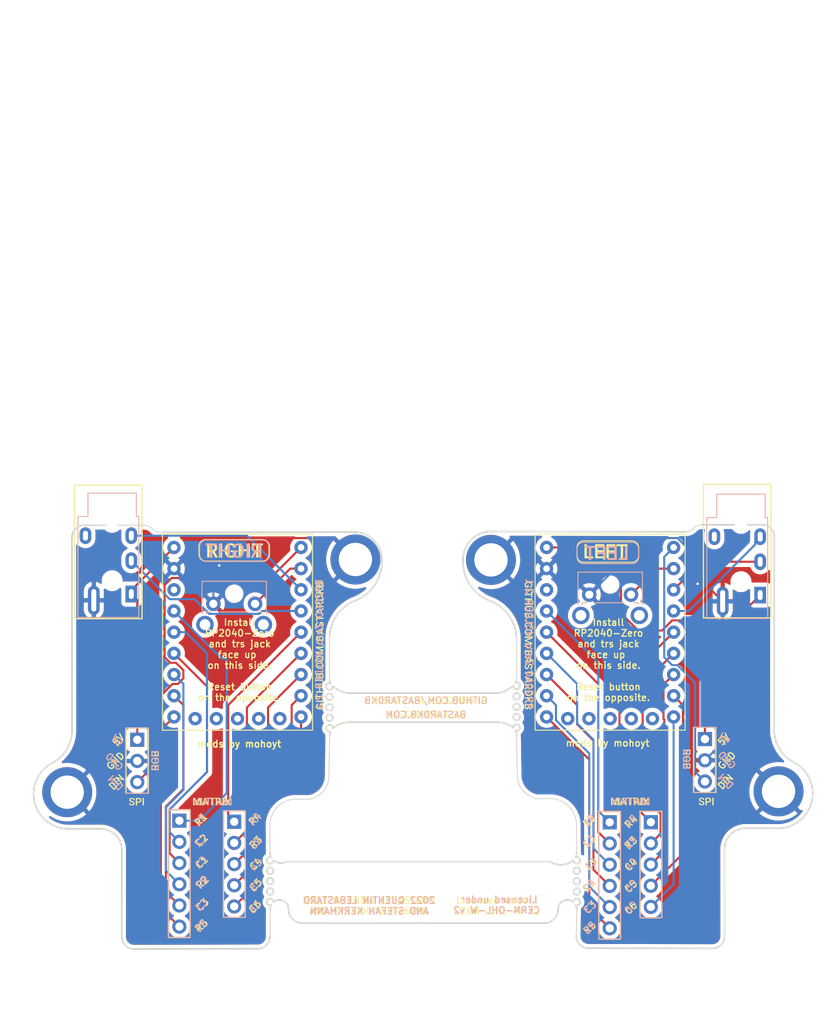
<source format=kicad_pcb>
(kicad_pcb (version 20211014) (generator pcbnew)
  (layers (0 "F.Cu" signal) (31 "B.Cu" signal) (34 "B.Paste" user) (35 "F.Paste" user) (36 "B.SilkS" user "B.Silkscreen") (37 "F.SilkS" user "F.Silkscreen") (38 "B.Mask" user) (39 "F.Mask" user) (44 "Edge.Cuts" user))
  (net 0 "")
  (net 2 "rgb_r")
  (net 3 "rgb_l")
  (net 4 "col3_l")
  (net 5 "row1_l")
  (net 6 "col2_l")
  (net 7 "col1_l")
  (net 8 "row2_l")
  (net 9 "row4_l")
  (net 10 "row3_l")
  (net 11 "col4_l")
  (net 12 "col5_l")
  (net 13 "col6_l")
  (net 14 "row5_l")
  (net 15 "col3_r")
  (net 16 "row1_r")
  (net 17 "col2_r")
  (net 18 "col1_r")
  (net 19 "row2_r")
  (net 20 "row4_r")
  (net 21 "row3_r")
  (net 22 "col4_r")
  (net 23 "col5_r")
  (net 24 "col6_r")
  (net 25 "row5_r")
  (net 26 "GND")
  (net 27 "scl_l")
  (net 28 "sda_l")
  (net 29 "scl_r")
  (net 30 "sda_r")
  (net 31 "+5V")
  (net 43 "rst_l")
  (net 44 "rst_r")
  (footprint "Library:5_PinHeader" (layer "F.Cu") (at 132.8 102.725)
    (fp_text reference "J9" hide)
    (fp_text value "Ribbon")
    (pad "1" thru_hole rect (at 0 0) (size 1.7 1.7) (drill 1) (layers *.Cu *.Mask) (net 9 "row4_l"))
    (pad "2" thru_hole oval (at 0 2.54) (size 1.7 1.7) (drill 1) (layers *.Cu *.Mask) (net 10 "row3_l"))
    (pad "3" thru_hole oval (at 0 5.08) (size 1.7 1.7) (drill 1) (layers *.Cu *.Mask) (net 11 "col4_l"))
    (pad "4" thru_hole oval (at 0 7.62) (size 1.7 1.7) (drill 1) (layers *.Cu *.Mask) (net 12 "col5_l"))
    (pad "5" thru_hole oval (at 0 10.16) (size 1.7 1.7) (drill 1) (layers *.Cu *.Mask) (net 13 "col6_l"))
  )
  (footprint "KB Parts:RP2040-Zero" (layer "F.Cu") (at 168.895 91.75)
    (fp_text reference "RZ2" hide)
    (fp_text value "RP2040-Zero")
    (pad "1" thru_hole circle (at 16.62 -21.91) (size 1.6 1.6) (drill 0.8) (layers *.Cu *.Mask) (net 3 "rgb_l"))
    (pad "2" thru_hole circle (at 16.62 -19.37) (size 1.6 1.6) (drill 0.8) (layers *.Cu *.Mask) (net 44 "rst_r"))
    (pad "3" thru_hole circle (at 16.62 -16.83) (size 1.6 1.6) (drill 0.8) (layers *.Cu *.Mask) (net 29 "scl_r"))
    (pad "4" thru_hole circle (at 16.62 -14.29) (size 1.6 1.6) (drill 0.8) (layers *.Cu *.Mask) (net 30 "sda_r"))
    (pad "5" thru_hole circle (at 16.62 -11.75) (size 1.6 1.6) (drill 0.8) (layers *.Cu *.Mask) (net 20 "row4_r"))
    (pad "6" thru_hole circle (at 16.62 -9.21) (size 1.6 1.6) (drill 0.8) (layers *.Cu *.Mask) (net 21 "row3_r"))
    (pad "7" thru_hole circle (at 16.62 -6.67) (size 1.6 1.6) (drill 0.8) (layers *.Cu *.Mask) (net 22 "col4_r"))
    (pad "8" thru_hole circle (at 16.62 -4.13) (size 1.6 1.6) (drill 0.8) (layers *.Cu *.Mask) (net 23 "col5_r"))
    (pad "9" thru_hole circle (at 16.62 -1.59) (size 1.6 1.6) (drill 0.8) (layers *.Cu *.Mask) (net 24 "col6_r"))
    (pad "10" thru_hole circle (at 14.08 -1.38) (size 1.6 1.6) (drill 0.8) (layers *.Cu *.Mask))
    (pad "11" thru_hole circle (at 11.54 -1.38) (size 1.6 1.6) (drill 0.8) (layers *.Cu *.Mask))
    (pad "12" thru_hole circle (at 9 -1.38) (size 1.6 1.6) (drill 0.8) (layers *.Cu *.Mask))
    (pad "13" thru_hole circle (at 6.46 -1.38) (size 1.6 1.6) (drill 0.8) (layers *.Cu *.Mask))
    (pad "14" thru_hole circle (at 3.92 -1.38) (size 1.6 1.6) (drill 0.8) (layers *.Cu *.Mask))
    (pad "15" thru_hole circle (at 1.38 -1.59) (size 1.6 1.6) (drill 0.8) (layers *.Cu *.Mask) (net 25 "row5_r"))
    (pad "16" thru_hole circle (at 1.38 -4.13) (size 1.6 1.6) (drill 0.8) (layers *.Cu *.Mask) (net 15 "col3_r"))
    (pad "17" thru_hole circle (at 1.38 -6.67) (size 1.6 1.6) (drill 0.8) (layers *.Cu *.Mask) (net 19 "row2_r"))
    (pad "18" thru_hole circle (at 1.38 -9.21) (size 1.6 1.6) (drill 0.8) (layers *.Cu *.Mask) (net 18 "col1_r"))
    (pad "19" thru_hole circle (at 1.38 -11.75) (size 1.6 1.6) (drill 0.8) (layers *.Cu *.Mask) (net 17 "col2_r"))
    (pad "20" thru_hole circle (at 1.38 -14.29) (size 1.6 1.6) (drill 0.8) (layers *.Cu *.Mask) (net 16 "row1_r"))
    (pad "21" thru_hole circle (at 1.38 -16.83) (size 1.6 1.6) (drill 0.8) (layers *.Cu *.Mask))
    (pad "22" thru_hole circle (at 1.38 -21.91) (size 1.6 1.6) (drill 0.8) (layers *.Cu *.Mask) (net 31 "+5V"))
    (pad "23" thru_hole circle (at 1.38 -19.37) (size 1.6 1.6) (drill 0.8) (layers *.Cu *.Mask) (net 26 "GND"))
  )
  (footprint "Library:6_PinHeader" (layer "F.Cu") (at 177.847199 102.799999)
    (fp_text reference "J12" hide)
    (fp_text value "Ribbon")
    (pad "1" thru_hole rect (at 0 0) (size 1.7 1.7) (drill 1) (layers *.Cu *.Mask) (net 16 "row1_r"))
    (pad "2" thru_hole oval (at 0 2.54) (size 1.7 1.7) (drill 1) (layers *.Cu *.Mask) (net 17 "col2_r"))
    (pad "3" thru_hole oval (at 0 5.08) (size 1.7 1.7) (drill 1) (layers *.Cu *.Mask) (net 18 "col1_r"))
    (pad "4" thru_hole oval (at 0 7.62) (size 1.7 1.7) (drill 1) (layers *.Cu *.Mask) (net 19 "row2_r"))
    (pad "5" thru_hole oval (at 0 10.16) (size 1.7 1.7) (drill 1) (layers *.Cu *.Mask) (net 15 "col3_r"))
    (pad "6" thru_hole oval (at 0 12.7) (size 1.7 1.7) (drill 1) (layers *.Cu *.Mask) (net 25 "row5_r"))
  )
  (footprint "Library:header1x03" (layer "F.Cu") (at 121.17 92.895)
    (fp_text reference "J4" hide)
    (fp_text value "RGB")
    (pad "1" thru_hole rect (at 0 0) (size 1.7 1.7) (drill 1) (layers *.Cu *.Mask) (net 31 "+5V"))
    (pad "2" thru_hole oval (at 0 2.54) (size 1.7 1.7) (drill 1) (layers *.Cu *.Mask) (net 26 "GND"))
    (pad "3" thru_hole oval (at 0 5.08) (size 1.7 1.7) (drill 1) (layers *.Cu *.Mask) (net 2 "rgb_r"))
  )
  (footprint "Library:header1x03" (layer "F.Cu") (at 189.27 92.82)
    (fp_text reference "J5" hide)
    (fp_text value "RGB")
    (pad "1" thru_hole rect (at 0 0) (size 1.7 1.7) (drill 1) (layers *.Cu *.Mask) (net 31 "+5V"))
    (pad "2" thru_hole oval (at 0 2.54) (size 1.7 1.7) (drill 1) (layers *.Cu *.Mask) (net 26 "GND"))
    (pad "3" thru_hole oval (at 0 5.08) (size 1.7 1.7) (drill 1) (layers *.Cu *.Mask) (net 3 "rgb_l"))
  )
  (footprint "kibuzzard-61F01940" (layer "F.Cu") (at 130.15 100.307596)
    (fp_text reference "kibuzzard-61F01940" hide)
    (fp_text value "G***" hide)
  )
  (footprint "Library:MountingHole_4mm_Pad_thin" (layer "F.Cu") (at 198.103921 99.08266)
    (fp_text reference "H3" hide)
    (fp_text value "M4")
    (pad "1" thru_hole circle (at 0 0) (size 6 6) (drill 4) (layers *.Cu *.Mask) (net 26 "GND"))
  )
  (footprint "KB Parts:RP2040-Zero" (layer "F.Cu") (at 124.195 91.75)
    (fp_text reference "RZ1" hide)
    (fp_text value "RP2040-Zero")
    (pad "1" thru_hole circle (at 16.62 -21.91) (size 1.6 1.6) (drill 0.8) (layers *.Cu *.Mask) (net 2 "rgb_r"))
    (pad "2" thru_hole circle (at 16.62 -19.37) (size 1.6 1.6) (drill 0.8) (layers *.Cu *.Mask) (net 43 "rst_l"))
    (pad "3" thru_hole circle (at 16.62 -16.83) (size 1.6 1.6) (drill 0.8) (layers *.Cu *.Mask) (net 27 "scl_l"))
    (pad "4" thru_hole circle (at 16.62 -14.29) (size 1.6 1.6) (drill 0.8) (layers *.Cu *.Mask) (net 28 "sda_l"))
    (pad "5" thru_hole circle (at 16.62 -11.75) (size 1.6 1.6) (drill 0.8) (layers *.Cu *.Mask) (net 9 "row4_l"))
    (pad "6" thru_hole circle (at 16.62 -9.21) (size 1.6 1.6) (drill 0.8) (layers *.Cu *.Mask) (net 10 "row3_l"))
    (pad "7" thru_hole circle (at 16.62 -6.67) (size 1.6 1.6) (drill 0.8) (layers *.Cu *.Mask) (net 11 "col4_l"))
    (pad "8" thru_hole circle (at 16.62 -4.13) (size 1.6 1.6) (drill 0.8) (layers *.Cu *.Mask) (net 12 "col5_l"))
    (pad "9" thru_hole circle (at 16.62 -1.59) (size 1.6 1.6) (drill 0.8) (layers *.Cu *.Mask) (net 13 "col6_l"))
    (pad "10" thru_hole circle (at 14.08 -1.38) (size 1.6 1.6) (drill 0.8) (layers *.Cu *.Mask))
    (pad "11" thru_hole circle (at 11.54 -1.38) (size 1.6 1.6) (drill 0.8) (layers *.Cu *.Mask))
    (pad "12" thru_hole circle (at 9 -1.38) (size 1.6 1.6) (drill 0.8) (layers *.Cu *.Mask))
    (pad "13" thru_hole circle (at 6.46 -1.38) (size 1.6 1.6) (drill 0.8) (layers *.Cu *.Mask))
    (pad "14" thru_hole circle (at 3.92 -1.38) (size 1.6 1.6) (drill 0.8) (layers *.Cu *.Mask))
    (pad "15" thru_hole circle (at 1.38 -1.59) (size 1.6 1.6) (drill 0.8) (layers *.Cu *.Mask) (net 14 "row5_l"))
    (pad "16" thru_hole circle (at 1.38 -4.13) (size 1.6 1.6) (drill 0.8) (layers *.Cu *.Mask) (net 4 "col3_l"))
    (pad "17" thru_hole circle (at 1.38 -6.67) (size 1.6 1.6) (drill 0.8) (layers *.Cu *.Mask) (net 8 "row2_l"))
    (pad "18" thru_hole circle (at 1.38 -9.21) (size 1.6 1.6) (drill 0.8) (layers *.Cu *.Mask) (net 7 "col1_l"))
    (pad "19" thru_hole circle (at 1.38 -11.75) (size 1.6 1.6) (drill 0.8) (layers *.Cu *.Mask) (net 6 "col2_l"))
    (pad "20" thru_hole circle (at 1.38 -14.29) (size 1.6 1.6) (drill 0.8) (layers *.Cu *.Mask) (net 5 "row1_l"))
    (pad "21" thru_hole circle (at 1.38 -16.83) (size 1.6 1.6) (drill 0.8) (layers *.Cu *.Mask))
    (pad "22" thru_hole circle (at 1.38 -21.91) (size 1.6 1.6) (drill 0.8) (layers *.Cu *.Mask) (net 31 "+5V"))
    (pad "23" thru_hole circle (at 1.38 -19.37) (size 1.6 1.6) (drill 0.8) (layers *.Cu *.Mask) (net 26 "GND"))
  )
  (footprint "Library:5_PinHeader" (layer "F.Cu") (at 182.780541 102.779999)
    (fp_text reference "J11" hide)
    (fp_text value "Ribbon")
    (pad "1" thru_hole rect (at 0 0) (size 1.7 1.7) (drill 1) (layers *.Cu *.Mask) (net 20 "row4_r"))
    (pad "2" thru_hole oval (at 0 2.54) (size 1.7 1.7) (drill 1) (layers *.Cu *.Mask) (net 21 "row3_r"))
    (pad "3" thru_hole oval (at 0 5.08) (size 1.7 1.7) (drill 1) (layers *.Cu *.Mask) (net 22 "col4_r"))
    (pad "4" thru_hole oval (at 0 7.62) (size 1.7 1.7) (drill 1) (layers *.Cu *.Mask) (net 23 "col5_r"))
    (pad "5" thru_hole oval (at 0 10.16) (size 1.7 1.7) (drill 1) (layers *.Cu *.Mask) (net 24 "col6_r"))
  )
  (footprint "Library:MountingHole_4mm_Pad_thin" (layer "F.Cu") (at 112.76262 99.18266)
    (fp_text reference "H4" hide)
    (fp_text value "M4")
    (pad "1" thru_hole circle (at 0 0) (size 6 6) (drill 4) (layers *.Cu *.Mask) (net 26 "GND"))
  )
  (footprint "kibuzzard-61F019CB" (layer "F.Cu") (at 187.1 95.22795 -90)
    (fp_text reference "kibuzzard-61F019CB" hide)
    (fp_text value "G***" hide)
  )
  (footprint "Library:MountingHole_4mm_Pad_thin" (layer "F.Cu") (at 147.33762 71.28266)
    (fp_text reference "H2" hide)
    (fp_text value "M4")
    (pad "1" thru_hole circle (at 0 0) (size 6 6) (drill 4) (layers *.Cu *.Mask) (net 26 "GND"))
  )
  (footprint "kibuzzard-6208EFFE" (layer "F.Cu") (at 177.4 70.3)
    (fp_text reference "kibuzzard-6208EFFE" hide)
    (fp_text value "G***" hide)
  )
  (footprint "kibuzzard-61F01B61" (layer "F.Cu") (at 132.9 70.2)
    (fp_text reference "kibuzzard-61F01B61" hide)
    (fp_text value "G***" hide)
  )
  (footprint "kibuzzard-61F01A92" (layer "F.Cu") (at 168.07 81.6 -90)
    (fp_text reference "kibuzzard-61F01A92" hide)
    (fp_text value "G***" hide)
  )
  (footprint "kibuzzard-61F01957" (layer "F.Cu") (at 121.07 100.319999)
    (fp_text reference "kibuzzard-61F01957" hide)
    (fp_text value "G***" hide)
  )
  (footprint "kibuzzard-61F01940" (layer "F.Cu") (at 180.2962 100.287596)
    (fp_text reference "kibuzzard-61F01940" hide)
    (fp_text value "G***" hide)
  )
  (footprint "Library:MountingHole_4mm_Pad_thin" (layer "F.Cu") (at 163.603921 71.33266)
    (fp_text reference "H1" hide)
    (fp_text value "M4")
    (pad "1" thru_hole circle (at 0 0) (size 6 6) (drill 4) (layers *.Cu *.Mask) (net 26 "GND"))
  )
  (footprint "kibuzzard-61F019CB" (layer "F.Cu") (at 123.3 95.39205 90)
    (fp_text reference "kibuzzard-61F019CB" hide)
    (fp_text value "G***" hide)
  )
  (footprint "kibuzzard-61F01A92" (layer "F.Cu") (at 143.1 81.6 90)
    (fp_text reference "kibuzzard-61F01A92" hide)
    (fp_text value "G***" hide)
  )
  (footprint "kibuzzard-61F01957" (layer "F.Cu") (at 189.423399 100.299999)
    (fp_text reference "kibuzzard-61F01957" hide)
    (fp_text value "G***" hide)
  )
  (footprint "Library:6_PinHeader" (layer "F.Cu") (at 126.219684 102.599999)
    (fp_text reference "J10" hide)
    (fp_text value "Ribbon")
    (pad "1" thru_hole rect (at 0 0) (size 1.7 1.7) (drill 1) (layers *.Cu *.Mask) (net 5 "row1_l"))
    (pad "2" thru_hole oval (at 0 2.54) (size 1.7 1.7) (drill 1) (layers *.Cu *.Mask) (net 6 "col2_l"))
    (pad "3" thru_hole oval (at 0 5.08) (size 1.7 1.7) (drill 1) (layers *.Cu *.Mask) (net 7 "col1_l"))
    (pad "4" thru_hole oval (at 0 7.62) (size 1.7 1.7) (drill 1) (layers *.Cu *.Mask) (net 8 "row2_l"))
    (pad "5" thru_hole oval (at 0 10.16) (size 1.7 1.7) (drill 1) (layers *.Cu *.Mask) (net 4 "col3_l"))
    (pad "6" thru_hole oval (at 0 12.7) (size 1.7 1.7) (drill 1) (layers *.Cu *.Mask) (net 14 "row5_l"))
  )
  (footprint "Keebio Parts:SW_Tactile_SPST_Angled_MJTP1117" (layer "B.Cu") (at 135.3 76.6 180)
    (fp_text reference "SW1" hide)
    (fp_text value "SW_Push")
    (pad "" np_thru_hole circle locked (at 2.5 1.21 180) (size 1.2 1.2) (drill 1.2) (layers *.Cu *.Mask))
    (pad "" thru_hole circle locked (at -1 -2.49 180) (size 2.1 2.1) (drill 1.3) (layers *.Cu *.Mask))
    (pad "" thru_hole circle locked (at 6.01 -2.49 180) (size 2.1 2.1) (drill 1.3) (layers *.Cu *.Mask))
    (pad "1" thru_hole circle locked (at 0 0 180) (size 1.75 1.75) (drill 0.99) (layers *.Cu *.Mask) (net 43 "rst_l"))
    (pad "2" thru_hole circle locked (at 5 0 180) (size 1.75 1.75) (drill 0.99) (layers *.Cu *.Mask) (net 26 "GND"))
  )
  (footprint "kibuzzard-61F019CB" (layer "B.Cu") (at 123.3 95.42 -90)
    (fp_text reference "kibuzzard-61F019CB" hide)
    (fp_text value "G***" hide)
  )
  (footprint "Library:Jack_3.5mm_PJ320E_Horizontal" (layer "B.Cu") (at 195.898921 75.55266 180)
    (fp_text reference "J2" hide)
    (fp_text value "Serial")
    (pad "" np_thru_hole oval locked (at 2.3 1.6 270) (size 1.5 1.5) (drill oval 1.5) (layers *.Cu *.Mask))
    (pad "" thru_hole oval locked (at 5.5 7 270) (size 2 1.4) (drill oval 1.2 0.6) (layers *.Cu *.Mask))
    (pad "" np_thru_hole oval locked (at 2.3 8.6 270) (size 1.5 1.5) (drill oval 1.5) (layers *.Cu *.Mask))
    (pad "R1" thru_hole oval locked (at 0 4 270) (size 2 1.4) (drill oval 1.2 0.6) (layers *.Cu *.Mask) (net 29 "scl_r"))
    (pad "R2" thru_hole oval locked (at 0 7 270) (size 2 1.4) (drill oval 1.2 0.6) (layers *.Cu *.Mask) (net 30 "sda_r"))
    (pad "S" thru_hole oval locked (at 4.5 -0.75 270) (size 3.5 1.4) (drill oval 2.7 0.6) (layers *.Cu *.Mask) (net 26 "GND"))
    (pad "T" thru_hole rect locked (at 0 0 270) (size 2 1.4) (drill oval 1.2 0.6) (layers *.Cu *.Mask) (net 31 "+5V"))
  )
  (footprint "kibuzzard-6208EFFE" (layer "B.Cu") (at 177.4 70.5 180)
    (fp_text reference "kibuzzard-6208EFFE" hide)
    (fp_text value "G***" hide)
  )
  (footprint "Library:Jack_3.5mm_PJ320E_Horizontal" (layer "B.Cu") (at 120.45262 75.42766 180)
    (fp_text reference "J1" hide)
    (fp_text value "Serial")
    (pad "" np_thru_hole oval locked (at 2.3 1.6 270) (size 1.5 1.5) (drill oval 1.5) (layers *.Cu *.Mask))
    (pad "" np_thru_hole oval locked (at 2.3 8.6 270) (size 1.5 1.5) (drill oval 1.5) (layers *.Cu *.Mask))
    (pad "" thru_hole oval locked (at 5.5 7 270) (size 2 1.4) (drill oval 1.2 0.6) (layers *.Cu *.Mask))
    (pad "R1" thru_hole oval locked (at 0 4 270) (size 2 1.4) (drill oval 1.2 0.6) (layers *.Cu *.Mask) (net 28 "sda_l"))
    (pad "R2" thru_hole oval locked (at 0 7 270) (size 2 1.4) (drill oval 1.2 0.6) (layers *.Cu *.Mask) (net 27 "scl_l"))
    (pad "S" thru_hole oval locked (at 4.5 -0.75 270) (size 3.5 1.4) (drill oval 2.7 0.6) (layers *.Cu *.Mask) (net 26 "GND"))
    (pad "T" thru_hole rect locked (at 0 0 270) (size 2 1.4) (drill oval 1.2 0.6) (layers *.Cu *.Mask) (net 31 "+5V"))
  )
  (footprint "kibuzzard-61F01940" (layer "B.Cu") (at 130.2 100.307596 180)
    (fp_text reference "kibuzzard-61F01940" hide)
    (fp_text value "G***" hide)
  )
  (footprint "Keebio Parts:SW_Tactile_SPST_Angled_MJTP1117" (layer "B.Cu") (at 180.4 75.5 180)
    (fp_text reference "SW2" hide)
    (fp_text value "SW_Push")
    (pad "" thru_hole circle locked (at 6.01 -2.49 180) (size 2.1 2.1) (drill 1.3) (layers *.Cu *.Mask))
    (pad "" thru_hole circle locked (at -1 -2.49 180) (size 2.1 2.1) (drill 1.3) (layers *.Cu *.Mask))
    (pad "" np_thru_hole circle locked (at 2.5 1.21 180) (size 1.2 1.2) (drill 1.2) (layers *.Cu *.Mask))
    (pad "1" thru_hole circle locked (at 0 0 180) (size 1.75 1.75) (drill 0.99) (layers *.Cu *.Mask) (net 44 "rst_r"))
    (pad "2" thru_hole circle locked (at 5 0 180) (size 1.75 1.75) (drill 0.99) (layers *.Cu *.Mask) (net 26 "GND"))
  )
  (footprint "kibuzzard-61F01940" (layer "B.Cu") (at 180.3462 100.287596 180)
    (fp_text reference "kibuzzard-61F01940" hide)
    (fp_text value "G***" hide)
  )
  (footprint "kibuzzard-61F01B61" (layer "B.Cu") (at 132.71963 70.220979 180)
    (fp_text reference "kibuzzard-61F01B61" hide)
    (fp_text value "G***" hide)
  )
  (footprint "kibuzzard-61F019CB" (layer "B.Cu") (at 187.1 95.2 90)
    (fp_text reference "kibuzzard-61F019CB" hide)
    (fp_text value "G***" hide)
  )
  (gr_arc (start 129.422913 71.501303) (mid 128.879629 71.270549) (end 128.642024 70.730225) (layer "B.SilkS") (width 0.15))
  (gr_line (start 181.321078 69.99216) (end 181.321078 71.011271) (layer "B.SilkS") (width 0.12))
  (gr_arc (start 174.7 71.79216) (mid 174.156749 71.561372) (end 173.919111 71.021082) (layer "B.SilkS") (width 0.12))
  (gr_line (start 136.263102 68.930225) (end 129.438102 68.930225) (layer "B.SilkS") (width 0.15))
  (gr_arc (start 180.540189 69.221082) (mid 181.08344 69.45187) (end 181.321078 69.99216) (layer "B.SilkS") (width 0.12))
  (gr_arc (start 181.321078 71.011271) (mid 181.081408 71.563165) (end 180.525 71.792161) (layer "B.SilkS") (width 0.12))
  (gr_line (start 174.7 71.79216) (end 180.525 71.79216) (layer "B.SilkS") (width 0.12))
  (gr_line (start 173.919111 71.021082) (end 173.919111 70.001971) (layer "B.SilkS") (width 0.12))
  (gr_line (start 180.540189 69.221082) (end 174.715189 69.221081) (layer "B.SilkS") (width 0.12))
  (gr_arc (start 136.263102 68.930225) (mid 136.806386 69.160979) (end 137.043991 69.701303) (layer "B.SilkS") (width 0.15))
  (gr_line (start 129.422913 71.501303) (end 136.247913 71.501304) (layer "B.SilkS") (width 0.15))
  (gr_line (start 137.043991 69.701303) (end 137.043991 70.720414) (layer "B.SilkS") (width 0.15))
  (gr_arc (start 173.919111 70.001971) (mid 174.158781 69.450077) (end 174.715189 69.221081) (layer "B.SilkS") (width 0.12))
  (gr_line (start 128.642024 70.730225) (end 128.642024 69.711114) (layer "B.SilkS") (width 0.15))
  (gr_arc (start 128.642024 69.711114) (mid 128.881718 69.159245) (end 129.438102 68.930224) (layer "B.SilkS") (width 0.15))
  (gr_arc (start 137.043991 70.720414) (mid 136.804297 71.272283) (end 136.247913 71.501304) (layer "B.SilkS") (width 0.15))
  (gr_line (start 128.575639 70.699435) (end 128.575639 69.680324) (layer "F.SilkS") (width 0.15))
  (gr_line (start 129.371717 71.480325) (end 136.196717 71.480324) (layer "F.SilkS") (width 0.15))
  (gr_arc (start 136.977606 70.709246) (mid 136.740001 71.24957) (end 136.196717 71.480324) (layer "F.SilkS") (width 0.15))
  (gr_line (start 181.321078 69.83089) (end 181.321078 70.850001) (layer "F.SilkS") (width 0.12))
  (gr_arc (start 181.321078 70.850001) (mid 181.08344 71.390291) (end 180.540189 71.621079) (layer "F.SilkS") (width 0.12))
  (gr_arc (start 180.525 69.05) (mid 181.081408 69.278996) (end 181.321078 69.83089) (layer "F.SilkS") (width 0.12))
  (gr_arc (start 174.715189 71.62108) (mid 174.158781 71.392084) (end 173.919111 70.84019) (layer "F.SilkS") (width 0.12))
  (gr_arc (start 173.919111 69.821079) (mid 174.156749 69.280789) (end 174.7 69.050001) (layer "F.SilkS") (width 0.12))
  (gr_line (start 173.919111 70.84019) (end 173.919111 69.821079) (layer "F.SilkS") (width 0.12))
  (gr_line (start 180.525 69.05) (end 174.7 69.050001) (layer "F.SilkS") (width 0.12))
  (gr_arc (start 128.575639 69.680324) (mid 128.813244 69.14) (end 129.356528 68.909246) (layer "F.SilkS") (width 0.15))
  (gr_arc (start 129.371717 71.480325) (mid 128.815333 71.251304) (end 128.575639 70.699435) (layer "F.SilkS") (width 0.15))
  (gr_line (start 174.715189 71.621079) (end 180.540189 71.621079) (layer "F.SilkS") (width 0.12))
  (gr_rect (start 121.73762 78.38266) (end 113.62762 62.38266) (layer "F.SilkS") (width 0.15) (fill none))
  (gr_line (start 136.977606 69.690135) (end 136.977606 70.709246) (layer "F.SilkS") (width 0.15))
  (gr_rect (start 197.198921 78.28266) (end 189.088921 62.28266) (layer "F.SilkS") (width 0.15) (fill none))
  (gr_arc (start 136.181528 68.909245) (mid 136.737912 69.138266) (end 136.977606 69.690135) (layer "F.SilkS") (width 0.15))
  (gr_line (start 136.181528 68.909246) (end 129.356528 68.909246) (layer "F.SilkS") (width 0.15))
  (gr_arc (start 173.792097 112.733917) (mid 173.876853 112.972999) (end 173.90589 113.224993) (layer "Edge.Cuts") (width 0.2))
  (gr_arc (start 113.341486 91.773749) (mid 112.713926 94.049213) (end 111.001486 95.673749) (layer "Edge.Cuts") (width 0.2))
  (gr_line (start 137.096291 106.475003) (end 137.07 103.02) (layer "Edge.Cuts") (width 0.1))
  (gr_line (start 141 114.9) (end 170 114.884817) (layer "Edge.Cuts") (width 0.2))
  (gr_arc (start 123.961303 68.03306) (mid 123.432539 67.923329) (end 123 67.6) (layer "Edge.Cuts") (width 0.1))
  (gr_line (start 120.775358 117.982362) (end 135.631351 117.953354) (layer "Edge.Cuts") (width 0.2))
  (gr_circle (center 166.676385 90.188657) (end 166.676385 90.588657) (layer "Edge.Cuts") (width 0.2) (fill none))
  (gr_arc (start 144.230005 80.872466) (mid 144.961194 78.178153) (end 147.046951 76.322466) (layer "Edge.Cuts") (width 0.2))
  (gr_line (start 170.932032 99.95202) (end 169.060898 99.95202) (layer "Edge.Cuts") (width 0.1))
  (gr_line (start 141.87 100.02) (end 139.998866 100.02) (layer "Edge.Cuts") (width 0.1))
  (gr_circle (center 137.102181 109.849998) (end 137.102181 110.249998) (layer "Edge.Cuts") (width 0.2) (fill none))
  (gr_arc (start 146.5 87.3) (mid 145.50648 87.032053) (end 144.631224 86.490941) (layer "Edge.Cuts") (width 0.2))
  (gr_arc (start 144.353864 91.890163) (mid 143.92409 91.26161) (end 144.640003 91.520942) (layer "Edge.Cuts") (width 0.2))
  (gr_arc (start 191.628074 116.465413) (mid 191.192415 117.495394) (end 190.15554 117.914382) (layer "Edge.Cuts") (width 0.2))
  (gr_arc (start 166.560598 91.822183) (mid 166.648817 92.061652) (end 166.689112 92.313653) (layer "Edge.Cuts") (width 0.2))
  (gr_line (start 173.90589 113.224993) (end 173.837548 116.409253) (layer "Edge.Cuts") (width 0.1))
  (gr_arc (start 173.504672 112.365697) (mid 174.219675 112.103869) (end 173.792097 112.733917) (layer "Edge.Cuts") (width 0.2))
  (gr_line (start 144.230005 85.631645) (end 144.230005 80.872466) (layer "Edge.Cuts") (width 0.1))
  (gr_line (start 112.943471 103.585074) (end 116.773949 103.576051) (layer "Edge.Cuts") (width 0.2))
  (gr_arc (start 147.305648 67.994096) (mid 149.64034 69.075303) (end 150.500942 71.5) (layer "Edge.Cuts") (width 0.2))
  (gr_arc (start 144.17 97.12) (mid 143.551367 98.991429) (end 141.87 100.02) (layer "Edge.Cuts") (width 0.1))
  (gr_arc (start 199.929412 95.605769) (mid 202.084528 100.328794) (end 197.987427 103.517094) (layer "Edge.Cuts") (width 0.2))
  (gr_circle (center 144.233714 87.756642) (end 144.233714 88.156642) (layer "Edge.Cuts") (width 0.2) (fill none))
  (gr_arc (start 173.894109 106.475005) (mid 173.865952 106.727098) (end 173.782031 106.966475) (layer "Edge.Cuts") (width 0.2))
  (gr_arc (start 160.25 71.5) (mid 161.167564 68.985797) (end 163.62525 67.926116) (layer "Edge.Cuts") (width 0.2))
  (gr_line (start 137.108072 113.224991) (end 137.09335 116.477233) (layer "Edge.Cuts") (width 0.1))
  (gr_circle (center 144.235895 89.00664) (end 144.235895 89.40664) (layer "Edge.Cuts") (width 0.2) (fill none))
  (gr_arc (start 150.500942 71.5) (mid 149.564986 74.477799) (end 147.046951 76.322466) (layer "Edge.Cuts") (width 0.2))
  (gr_circle (center 173.902181 111.099996) (end 173.902181 110.699996) (layer "Edge.Cuts") (width 0.2) (fill none))
  (gr_arc (start 137.506289 112.3643) (mid 138.689301 112.208862) (end 139.321065 113.221065) (layer "Edge.Cuts") (width 0.2))
  (gr_arc (start 144.640003 91.520942) (mid 145.509497 91.004373) (end 146.5 90.8) (layer "Edge.Cuts") (width 0.2))
  (gr_line (start 186.969595 67.96508) (end 163.62525 67.926116) (layer "Edge.Cuts") (width 0.2))
  (gr_arc (start 144.241786 92.381633) (mid 144.269943 92.12954) (end 144.353864 91.890163) (layer "Edge.Cuts") (width 0.2))
  (gr_line (start 144.17 97.12) (end 144.241786 92.381633) (layer "Edge.Cuts") (width 0.1))
  (gr_line (start 191.616949 106.048071) (end 191.628074 116.465413) (layer "Edge.Cuts") (width 0.2))
  (gr_arc (start 170.932032 99.95202) (mid 172.956423 100.905339) (end 173.860898 102.95202) (layer "Edge.Cuts") (width 0.1))
  (gr_arc (start 139.1 107.5) (mid 138.273315 107.663174) (end 137.49751 107.334299) (layer "Edge.Cuts") (width 0.2))
  (gr_arc (start 137.210084 106.966079) (mid 137.125328 106.726997) (end 137.096291 106.475003) (layer "Edge.Cuts") (width 0.2))
  (gr_line (start 166.689112 92.313653) (end 166.760898 97.05202) (layer "Edge.Cuts") (width 0.1))
  (gr_line (start 139.1 107.5) (end 170.7 107.5) (layer "Edge.Cuts") (width 0.2))
  (gr_arc (start 166.283238 86.422961) (mid 165.415274 86.98042) (end 164.434462 87.3) (layer "Edge.Cuts") (width 0.2))
  (gr_circle (center 173.9 109.849998) (end 173.9 109.449998) (layer "Edge.Cuts") (width 0.2) (fill none))
  (gr_line (start 146.5 90.8) (end 164.4 90.8) (layer "Edge.Cuts") (width 0.2))
  (gr_line (start 147.305648 67.994096) (end 123.961303 68.03306) (layer "Edge.Cuts") (width 0.2))
  (gr_arc (start 122.1 67.2) (mid 122.587196 67.31631) (end 123 67.6) (layer "Edge.Cuts") (width 0.1))
  (gr_arc (start 187.930898 67.53202) (mid 187.498359 67.855349) (end 186.969595 67.96508) (layer "Edge.Cuts") (width 0.1))
  (gr_line (start 122.1 67.2) (end 114.781486 67.183749) (layer "Edge.Cuts") (width 0.2))
  (gr_line (start 146.5 87.3) (end 164.434462 87.3) (layer "Edge.Cuts") (width 0.2))
  (gr_circle (center 173.897818 108.600001) (end 173.897818 108.200001) (layer "Edge.Cuts") (width 0.2) (fill none))
  (gr_arc (start 163.703991 76.322466) (mid 161.185957 74.477798) (end 160.25 71.5) (layer "Edge.Cuts") (width 0.2))
  (gr_circle (center 137.1 108.6) (end 137.1 109) (layer "Edge.Cuts") (width 0.2) (fill none))
  (gr_arc (start 137.497509 107.334299) (mid 136.782506 107.596127) (end 137.210084 106.966079) (layer "Edge.Cuts") (width 0.2))
  (gr_arc (start 169.060898 99.95202) (mid 167.379531 98.923449) (end 166.760898 97.05202) (layer "Edge.Cuts") (width 0.1))
  (gr_arc (start 112.943471 103.585074) (mid 108.84637 100.396774) (end 111.001486 95.673749) (layer "Edge.Cuts") (width 0.2))
  (gr_arc (start 144.343798 86.122721) (mid 144.259042 85.883639) (end 144.230005 85.631645) (layer "Edge.Cuts") (width 0.2))
  (gr_line (start 173.860898 102.95202) (end 173.894109 106.475005) (layer "Edge.Cuts") (width 0.1))
  (gr_line (start 175.299547 117.885374) (end 190.15554 117.914382) (layer "Edge.Cuts") (width 0.2))
  (gr_circle (center 137.104363 111.099995) (end 137.104363 111.499995) (layer "Edge.Cuts") (width 0.2) (fill none))
  (gr_arc (start 113.331486 68.653749) (mid 113.754912 67.621278) (end 114.781486 67.183749) (layer "Edge.Cuts") (width 0.2))
  (gr_line (start 197.589412 91.705769) (end 197.599412 68.585769) (layer "Edge.Cuts") (width 0.2))
  (gr_line (start 119.302824 116.533393) (end 119.313949 106.116051) (layer "Edge.Cuts") (width 0.2))
  (gr_arc (start 187.930898 67.53202) (mid 188.343703 67.24833) (end 188.830898 67.13202) (layer "Edge.Cuts") (width 0.1))
  (gr_arc (start 163.703991 76.322466) (mid 165.856247 78.16381) (end 166.684457 80.872466) (layer "Edge.Cuts") (width 0.2))
  (gr_arc (start 173.782031 106.966475) (mid 174.211805 107.595028) (end 173.495892 107.335696) (layer "Edge.Cuts") (width 0.2))
  (gr_line (start 194.156949 103.508071) (end 197.987427 103.517094) (layer "Edge.Cuts") (width 0.2))
  (gr_arc (start 137.09335 116.477233) (mid 136.67 117.52) (end 135.631351 117.953354) (layer "Edge.Cuts") (width 0.2))
  (gr_arc (start 171.655895 113.228922) (mid 172.304937 112.207599) (end 173.504671 112.365697) (layer "Edge.Cuts") (width 0.2))
  (gr_arc (start 173.495892 107.335696) (mid 172.125338 107.883963) (end 170.7 107.5) (layer "Edge.Cuts") (width 0.2))
  (gr_arc (start 120.775358 117.982362) (mid 119.738483 117.563374) (end 119.302824 116.533393) (layer "Edge.Cuts") (width 0.2))
  (gr_circle (center 166.678567 88.93866) (end 166.678567 89.33866) (layer "Edge.Cuts") (width 0.2) (fill none))
  (gr_circle (center 166.680748 87.688662) (end 166.680748 88.088662) (layer "Edge.Cuts") (width 0.2) (fill none))
  (gr_arc (start 166.684457 85.563665) (mid 166.65542 85.815659) (end 166.570664 86.054741) (layer "Edge.Cuts") (width 0.2))
  (gr_arc (start 116.773949 103.576051) (mid 118.57 104.32) (end 119.313949 106.116051) (layer "Edge.Cuts") (width 0.2))
  (gr_arc (start 144.631223 86.490941) (mid 143.91622 86.752769) (end 144.343798 86.122721) (layer "Edge.Cuts") (width 0.2))
  (gr_arc (start 137.108072 113.224991) (mid 137.136229 112.972898) (end 137.22015 112.733521) (layer "Edge.Cuts") (width 0.2))
  (gr_arc (start 141 114.9) (mid 139.812814 114.408251) (end 139.321065 113.221065) (layer "Edge.Cuts") (width 0.2))
  (gr_line (start 196.149412 67.115769) (end 188.830898 67.13202) (layer "Edge.Cuts") (width 0.2))
  (gr_arc (start 137.07 103.02) (mid 137.974475 100.973319) (end 139.998866 100.02) (layer "Edge.Cuts") (width 0.1))
  (gr_arc (start 175.299547 117.885374) (mid 174.260898 117.45202) (end 173.837548 116.409253) (layer "Edge.Cuts") (width 0.2))
  (gr_arc (start 171.655895 113.228922) (mid 171.170895 114.399816) (end 170 114.884817) (layer "Edge.Cuts") (width 0.2))
  (gr_arc (start 199.929412 95.605769) (mid 198.216972 93.981233) (end 197.589412 91.705769) (layer "Edge.Cuts") (width 0.2))
  (gr_line (start 166.684457 80.872466) (end 166.684457 85.563665) (layer "Edge.Cuts") (width 0.1))
  (gr_arc (start 164.4 90.8) (mid 165.398066 90.952019) (end 166.274459 91.452962) (layer "Edge.Cuts") (width 0.2))
  (gr_arc (start 196.149412 67.115769) (mid 197.175986 67.553298) (end 197.599412 68.585769) (layer "Edge.Cuts") (width 0.2))
  (gr_circle (center 144.238077 90.256637) (end 144.238077 90.656637) (layer "Edge.Cuts") (width 0.2) (fill none))
  (gr_arc (start 137.22015 112.733521) (mid 136.790376 112.104968) (end 137.506289 112.3643) (layer "Edge.Cuts") (width 0.2))
  (gr_line (start 113.331486 68.653749) (end 113.341486 91.773749) (layer "Edge.Cuts") (width 0.2))
  (gr_arc (start 166.570664 86.054741) (mid 166.998242 86.684789) (end 166.283239 86.422961) (layer "Edge.Cuts") (width 0.2))
  (gr_arc (start 166.274459 91.452962) (mid 166.990372 91.19363) (end 166.560598 91.822183) (layer "Edge.Cuts") (width 0.2))
  (gr_arc (start 191.616949 106.048071) (mid 192.360898 104.25202) (end 194.156949 103.508071) (layer "Edge.Cuts") (width 0.2))
  (gr_text "RP2040 Zero HOLDER 2.1" (at 143 81.5 90) (layer "B.SilkS") (effects (font (size 0.8 0.8)) (justify mirror)))
  (gr_text "R3" (at 180.4 105.2 45) (layer "B.SilkS") (effects (font (size 0.8 0.8)) (justify mirror)))
  (gr_text "R4" (at 135.3 102.5 45) (layer "B.SilkS") (effects (font (size 0.8 0.8)) (justify mirror)))
  (gr_text "GND" (at 191.9 95.36 -45) (layer "B.SilkS") (effects (font (size 0.8 0.8)) (justify mirror)))
  (gr_text "GND" (at 118.399814 95.54 -45) (layer "B.SilkS") (effects (font (size 0.8 0.8)) (justify mirror)))
  (gr_text "R1" (at 175.4 102.6 45) (layer "B.SilkS") (effects (font (size 0.8 0.8)) (justify mirror)))
  (gr_text "C1" (at 128.8 107.6 45) (layer "B.SilkS") (effects (font (size 0.8 0.8)) (justify mirror)))
  (gr_text "2022 QUENTIN LEBASTARD\nAND STEFAN KERKMANN\n" (at 149 112.8) (layer "B.SilkS") (effects (font (size 0.8 0.8)) (justify mirror)))
  (gr_text "C6" (at 135.3 113 45) (layer "B.SilkS") (effects (font (size 0.8 0.8)) (justify mirror)))
  (gr_text "R2" (at 128.9 110 45) (layer "B.SilkS") (effects (font (size 0.8 0.8)) (justify mirror)))
  (gr_text "RP2040 Zero HOLDER 2.1" (at 168.2 81.4 270) (layer "B.SilkS") (effects (font (size 0.8 0.8)) (justify mirror)))
  (gr_text "C4" (at 135.4 107.9 45) (layer "B.SilkS") (effects (font (size 0.8 0.8)) (justify mirror)))
  (gr_text "BASTARDKB.COM" (at 155.8 89.9) (layer "B.SilkS") (effects (font (size 0.8 0.8) (thickness 0.12)) (justify mirror)))
  (gr_text "DIN" (at 118.54797 98.08 -45) (layer "B.SilkS") (effects (font (size 0.8 0.8)) (justify mirror)))
  (gr_text "R5" (at 175.4462 115.460001 45) (layer "B.SilkS") (effects (font (size 0.8 0.8)) (justify mirror)))
  (gr_text "5V" (at 118.75 93 -45) (layer "B.SilkS") (effects (font (size 0.8 0.8)) (justify mirror)))
  (gr_text "R2" (at 175.4 110.4 45) (layer "B.SilkS") (effects (font (size 0.8 0.8)) (justify mirror)))
  (gr_text "C5" (at 180.4 110.4 45) (layer "B.SilkS") (effects (font (size 0.8 0.8)) (justify mirror)))
  (gr_text "C5" (at 135.4 110.4 45) (layer "B.SilkS") (effects (font (size 0.8 0.8)) (justify mirror)))
  (gr_text "R3" (at 135.4 105.3 45) (layer "B.SilkS") (effects (font (size 0.8 0.8)) (justify mirror)))
  (gr_text "R5" (at 128.8 115.2 45) (layer "B.SilkS") (effects (font (size 0.8 0.8)) (justify mirror)))
  (gr_text "C6" (at 180.4 113 45) (layer "B.SilkS") (effects (font (size 0.8 0.8)) (justify mirror)))
  (gr_text "C2" (at 175.4 105.1 45) (layer "B.SilkS") (effects (font (size 0.8 0.8)) (justify mirror)))
  (gr_text "C3" (at 175.5 113 45) (layer "B.SilkS") (effects (font (size 0.8 0.8)) (justify mirror)))
  (gr_text "GITHUB.COM/BASTARDKB" (at 155.8 88.2) (layer "B.SilkS") (effects (font (size 0.8 0.8) (thickness 0.12)) (justify mirror)))
  (gr_text "C2" (at 128.8 105 45) (layer "B.SilkS") (effects (font (size 0.8 0.8)) (justify mirror)))
  (gr_text "C4" (at 180.4 107.8 45) (layer "B.SilkS") (effects (font (size 0.8 0.8)) (justify mirror)))
  (gr_text "R1" (at 128.7 102.5 45) (layer "B.SilkS") (effects (font (size 0.8 0.8)) (justify mirror)))
  (gr_text "DIN" (at 191.751845 97.9 -45) (layer "B.SilkS") (effects (font (size 0.8 0.8)) (justify mirror)))
  (gr_text "C3" (at 128.9 112.7 45) (layer "B.SilkS") (effects (font (size 0.8 0.8)) (justify mirror)))
  (gr_text "R4" (at 180.4 102.660001 45) (layer "B.SilkS") (effects (font (size 0.8 0.8)) (justify mirror)))
  (gr_text "Licensed under \nCERN-OHL-W v2" (at 164.3 112.7) (layer "B.SilkS") (effects (font (size 0.8 0.8)) (justify mirror)))
  (gr_text "C1" (at 175.6 107.8 45) (layer "B.SilkS") (effects (font (size 0.8 0.8)) (justify mirror)))
  (gr_text "5V" (at 191.549814 92.82 -45) (layer "B.SilkS") (effects (font (size 0.8 0.8)) (justify mirror)))
  (gr_text "R3" (at 135.4 105.2 45) (layer "F.SilkS") (effects (font (size 0.8 0.8))))
  (gr_text "R4" (at 180.4 102.760001 45) (layer "F.SilkS") (effects (font (size 0.8 0.8))))
  (gr_text "C2" (at 128.9 105 45) (layer "F.SilkS") (effects (font (size 0.8 0.8))))
  (gr_text "C2" (at 175.4 105.1 45) (layer "F.SilkS") (effects (font (size 0.8 0.8))))
  (gr_text "mods by mohoyt" (at 133.4 93.4) (layer "F.SilkS") (effects (font (size 0.8 0.8))))
  (gr_text "2022 QUENTIN LEBASTARD\nAND STEFAN KERKMANN" (at 148.9 112.8) (layer "F.SilkS") (effects (font (size 0.8 0.8))))
  (gr_text "C4" (at 135.4 107.8 45) (layer "F.SilkS") (effects (font (size 0.8 0.8))))
  (gr_text "DIN" (at 191.751845 97.951 45) (layer "F.SilkS") (effects (font (size 0.8 0.8))))
  (gr_text "R2" (at 129 110 45) (layer "F.SilkS") (effects (font (size 0.8 0.8))))
  (gr_text "BASTARDKB.COM" (at 155.8 89.9) (layer "F.SilkS") (effects (font (size 0.8 0.8) (thickness 0.12))))
  (gr_text "R1" (at 128.8 102.5 45) (layer "F.SilkS") (effects (font (size 0.8 0.8))))
  (gr_text "C6" (at 180.4 113.1 45) (layer "F.SilkS") (effects (font (size 0.8 0.8))))
  (gr_text "R4" (at 135.3 102.4 45) (layer "F.SilkS") (effects (font (size 0.8 0.8))))
  (gr_text "C5" (at 180.4 110.5 45) (layer "F.SilkS") (effects (font (size 0.8 0.8))))
  (gr_text "C1" (at 175.6 107.8 45) (layer "F.SilkS") (effects (font (size 0.8 0.8))))
  (gr_text "GITHUB.COM/BASTARDKB" (at 155.8 88.2) (layer "F.SilkS") (effects (font (size 0.8 0.8) (thickness 0.12))))
  (gr_text "R3" (at 180.4 105.3 45) (layer "F.SilkS") (effects (font (size 0.8 0.8))))
  (gr_text "C3" (at 175.5 113 45) (layer "F.SilkS") (effects (font (size 0.8 0.8))))
  (gr_text "R5" (at 128.9 115.2 45) (layer "F.SilkS") (effects (font (size 0.8 0.8))))
  (gr_text "mods by mohoyt" (at 177.6 93.3) (layer "F.SilkS") (effects (font (size 0.8 0.8))))
  (gr_text "GND" (at 191.9 95.4 45) (layer "F.SilkS") (effects (font (size 0.8 0.8))))
  (gr_text "Install\nRP2040-Zero\nand trs jack\nface up \non this side.\n\nReset button\non the opposite." (at 133.45 83.333613) (layer "F.SilkS") (effects (font (size 0.8 0.8))))
  (gr_text "C5" (at 135.4 110.3 45) (layer "F.SilkS") (effects (font (size 0.8 0.8))))
  (gr_text "GND" (at 118.555533 95.45 45) (layer "F.SilkS") (effects (font (size 0.8 0.8))))
  (gr_text "5V" (at 191.549814 92.871 45) (layer "F.SilkS") (effects (font (size 0.8 0.8))))
  (gr_text "DIN" (at 118.703689 98.001 45) (layer "F.SilkS") (effects (font (size 0.8 0.8))))
  (gr_text "C3" (at 129 112.7 45) (layer "F.SilkS") (effects (font (size 0.8 0.8))))
  (gr_text "R1" (at 175.4 102.6 45) (layer "F.SilkS") (effects (font (size 0.8 0.8))))
  (gr_text "Install\nRP2040-Zero\nand trs jack\nface up \non this side.\n\nReset button\non the opposite." (at 177.7 83.333613) (layer "F.SilkS") (effects (font (size 0.8 0.8))))
  (gr_text "C4" (at 180.4 107.9 45) (layer "F.SilkS") (effects (font (size 0.8 0.8))))
  (gr_text "R2" (at 175.4 110.4 45) (layer "F.SilkS") (effects (font (size 0.8 0.8))))
  (gr_text "5V" (at 118.905719 92.921 45) (layer "F.SilkS") (effects (font (size 0.8 0.8))))
  (gr_text "R5" (at 175.4462 115.460001 45) (layer "F.SilkS") (effects (font (size 0.8 0.8))))
  (gr_text "mods by mohoyt" (at 133.4 93.4) (layer "F.SilkS") (effects (font (size 0.8 0.8))))
  (gr_text "C1" (at 128.9 107.6 45) (layer "F.SilkS") (effects (font (size 0.8 0.8))))
  (gr_text "Licensed under \nCERN-OHL-W v2" (at 164.3 112.8) (layer "F.SilkS") (effects (font (size 0.8 0.8))))
  (gr_text "C6" (at 135.3 112.9 45) (layer "F.SilkS") (effects (font (size 0.8 0.8))))
  (segment (start 125.400189 86.204511) (end 126.040789 86.204511) (width 0.25) (layer "F.Cu") (net 2))
  (segment (start 124.450489 74.354022) (end 125.3 73.504511) (width 0.25) (layer "F.Cu") (net 2))
  (segment (start 125.109211 83.664511) (end 124.450489 83.005789) (width 0.25) (layer "F.Cu") (net 2))
  (segment (start 121.17 97.975) (end 123.55048 95.59452) (width 0.25) (layer "F.Cu") (net 2))
  (segment (start 126.699511 85.545789) (end 126.699511 84.564022) (width 0.25) (layer "F.Cu") (net 2))
  (segment (start 123.55048 95.59452) (end 123.55048 88.05422) (width 0.25) (layer "F.Cu") (net 2))
  (segment (start 123.55048 88.05422) (end 125.400189 86.204511) (width 0.25) (layer "F.Cu") (net 2))
  (segment (start 124.450489 83.005789) (end 124.450489 74.354022) (width 0.25) (layer "F.Cu") (net 2))
  (segment (start 125.3 73.504511) (end 137.150489 73.504511) (width 0.25) (layer "F.Cu") (net 2))
  (segment (start 137.150489 73.504511) (end 140.815 69.84) (width 0.25) (layer "F.Cu") (net 2))
  (segment (start 126.040789 86.204511) (end 126.699511 85.545789) (width 0.25) (layer "F.Cu") (net 2))
  (segment (start 126.699511 84.564022) (end 125.8 83.664511) (width 0.25) (layer "F.Cu") (net 2))
  (segment (start 125.8 83.664511) (end 125.109211 83.664511) (width 0.25) (layer "F.Cu") (net 2))
  (segment (start 185.980789 83.955489) (end 188.095489 86.070189) (width 0.25) (layer "B.Cu") (net 3))
  (segment (start 188.095489 86.070189) (end 188.095489 96.725489) (width 0.25) (layer "B.Cu") (net 3))
  (segment (start 184.390489 83.005789) (end 185.340189 83.955489) (width 0.25) (layer "B.Cu") (net 3))
  (segment (start 188.095489 96.725489) (end 189.27 97.9) (width 0.25) (layer "B.Cu") (net 3))
  (segment (start 185.515 69.84) (end 184.390489 70.964511) (width 0.25) (layer "B.Cu") (net 3))
  (segment (start 184.390489 70.964511) (end 184.390489 83.005789) (width 0.25) (layer "B.Cu") (net 3))
  (segment (start 185.340189 83.955489) (end 185.980789 83.955489) (width 0.25) (layer "B.Cu") (net 3))
  (segment (start 124.595653 100.904347) (end 126.699511 98.800489) (width 0.25) (layer "F.Cu") (net 4))
  (segment (start 126.699511 98.800489) (end 126.699511 88.744511) (width 0.25) (layer "F.Cu") (net 4))
  (segment (start 124.595653 111.135968) (end 124.595653 100.904347) (width 0.25) (layer "F.Cu") (net 4))
  (segment (start 126.219684 112.759999) (end 124.595653 111.135968) (width 0.25) (layer "F.Cu") (net 4))
  (segment (start 126.699511 88.744511) (end 125.575 87.62) (width 0.25) (layer "F.Cu") (net 4))
  (segment (start 131.9 99.3) (end 131.9 83.2) (width 0.25) (layer "B.Cu") (net 5))
  (segment (start 126.219684 102.599999) (end 128.600001 102.599999) (width 0.25) (layer "B.Cu") (net 5))
  (segment (start 131.9 83.2) (end 131.315 83.2) (width 0.25) (layer "B.Cu") (net 5))
  (segment (start 128.600001 102.599999) (end 131.9 99.3) (width 0.25) (layer "B.Cu") (net 5))
  (segment (start 131.315 83.2) (end 125.575 77.46) (width 0.25) (layer "B.Cu") (net 5))
  (segment (start 129.530489 96.769511) (end 129.530489 82.530489) (width 0.25) (layer "B.Cu") (net 6))
  (segment (start 125.045173 103.965488) (end 125.045173 101.254827) (width 0.25) (layer "B.Cu") (net 6))
  (segment (start 127 80) (end 125.575 80) (width 0.25) (layer "B.Cu") (net 6))
  (segment (start 129.530489 82.530489) (end 127 80) (width 0.25) (layer "B.Cu") (net 6))
  (segment (start 125.045173 101.254827) (end 129.530489 96.769511) (width 0.25) (layer "B.Cu") (net 6))
  (segment (start 126.219684 105.139999) (end 125.045173 103.965488) (width 0.25) (layer "B.Cu") (net 6))
  (segment (start 129.530489 96.769511) (end 129.530489 86.495489) (width 0.25) (layer "F.Cu") (net 7))
  (segment (start 129.530489 86.495489) (end 125.575 82.54) (width 0.25) (layer "F.Cu") (net 7))
  (segment (start 125.045173 106.505488) (end 125.045173 101.254827) (width 0.25) (layer "F.Cu") (net 7))
  (segment (start 125.045173 101.254827) (end 129.530489 96.769511) (width 0.25) (layer "F.Cu") (net 7))
  (segment (start 126.219684 107.679999) (end 125.045173 106.505488) (width 0.25) (layer "F.Cu") (net 7))
  (segment (start 126.219684 110.219999) (end 124.595653 108.595968) (width 0.25) (layer "B.Cu") (net 8))
  (segment (start 126.7 98.9) (end 126.7 86.205) (width 0.25) (layer "B.Cu") (net 8))
  (segment (start 124.595653 101.004347) (end 126.7 98.9) (width 0.25) (layer "B.Cu") (net 8))
  (segment (start 124.595653 108.595968) (end 124.595653 101.004347) (width 0.25) (layer "B.Cu") (net 8))
  (segment (start 126.7 86.205) (end 125.575 85.08) (width 0.25) (layer "B.Cu") (net 8))
  (segment (start 140.815 80) (end 132.070489 88.744511) (width 0.25) (layer "F.Cu") (net 9))
  (segment (start 132.070489 101.995489) (end 132.8 102.725) (width 0.25) (layer "F.Cu") (net 9))
  (segment (start 132.070489 88.744511) (end 132.070489 101.995489) (width 0.25) (layer "F.Cu") (net 9))
  (segment (start 134.319511 103.745489) (end 132.8 105.265) (width 0.25) (layer "F.Cu") (net 10))
  (segment (start 140.815 82.54) (end 134.319511 89.035489) (width 0.25) (layer "F.Cu") (net 10))
  (segment (start 134.319511 89.035489) (end 134.319511 103.745489) (width 0.25) (layer "F.Cu") (net 10))
  (segment (start 134.769031 105.835969) (end 134.769031 99.2) (width 0.25) (layer "F.Cu") (net 11))
  (segment (start 132.8 107.805) (end 134.769031 105.835969) (width 0.25) (layer "F.Cu") (net 11))
  (segment (start 136.859511 97.10952) (end 136.859511 89.035489) (width 0.25) (layer "F.Cu") (net 11))
  (segment (start 134.769031 99.2) (end 136.859511 97.10952) (width 0.25) (layer "F.Cu") (net 11))
  (segment (start 136.859511 89.035489) (end 140.815 85.08) (width 0.25) (layer "F.Cu") (net 11))
  (segment (start 139.690489 94.91426) (end 139.690489 88.744511) (width 0.25) (layer "F.Cu") (net 12))
  (segment (start 135.218551 99.386198) (end 139.690489 94.91426) (width 0.25) (layer "F.Cu") (net 12))
  (segment (start 135.218551 107.926449) (end 135.218551 99.386198) (width 0.25) (layer "F.Cu") (net 12))
  (segment (start 139.690489 88.744511) (end 140.815 87.62) (width 0.25) (layer "F.Cu") (net 12))
  (segment (start 132.8 110.345) (end 135.218551 107.926449) (width 0.25) (layer "F.Cu") (net 12))
  (segment (start 135.668071 108.531929) (end 135.668071 99.572396) (width 0.25) (layer "F.Cu") (net 13))
  (segment (start 140.815 94.425467) (end 140.815 90.16) (width 0.25) (layer "F.Cu") (net 13))
  (segment (start 135.6 110.085) (end 135.6 108.6) (width 0.25) (layer "F.Cu") (net 13))
  (segment (start 132.8 112.885) (end 135.6 110.085) (width 0.25) (layer "F.Cu") (net 13))
  (segment (start 135.668071 99.572396) (end 140.815 94.425467) (width 0.25) (layer "F.Cu") (net 13))
  (segment (start 135.6 108.6) (end 135.668071 108.531929) (width 0.25) (layer "F.Cu") (net 13))
  (segment (start 124 113.080315) (end 124 91.735) (width 0.25) (layer "F.Cu") (net 14))
  (segment (start 124 91.735) (end 125.575 90.16) (width 0.25) (layer "F.Cu") (net 14))
  (segment (start 126.219684 115.299999) (end 124 113.080315) (width 0.25) (layer "F.Cu") (net 14))
  (segment (start 175.4 110.5128) (end 175.4 94.5453) (width 0.25) (layer "B.Cu") (net 15))
  (segment (start 171.399511 90.544811) (end 171.399511 88.744511) (width 0.25) (layer "B.Cu") (net 15))
  (segment (start 177.847199 112.959999) (end 175.4 110.5128) (width 0.25) (layer "B.Cu") (net 15))
  (segment (start 171.399511 88.744511) (end 170.275 87.62) (width 0.25) (layer "B.Cu") (net 15))
  (segment (start 175.4 94.5453) (end 171.399511 90.544811) (width 0.25) (layer "B.Cu") (net 15))
  (segment (start 176.479511 83.664511) (end 170.275 77.46) (width 0.25) (layer "B.Cu") (net 16))
  (segment (start 176.479511 101.432311) (end 176.479511 83.664511) (width 0.25) (layer "B.Cu") (net 16))
  (segment (start 177.847199 102.799999) (end 176.479511 101.432311) (width 0.25) (layer "B.Cu") (net 16))
  (segment (start 176.479511 103.972311) (end 176.479511 86.204511) (width 0.25) (layer "F.Cu") (net 17))
  (segment (start 177.847199 105.339999) (end 176.479511 103.972311) (width 0.25) (layer "F.Cu") (net 17))
  (segment (start 176.479511 86.204511) (end 170.275 80) (width 0.25) (layer "F.Cu") (net 17))
  (segment (start 175.9 92.9) (end 173.939511 90.939511) (width 0.25) (layer "B.Cu") (net 18))
  (segment (start 175.9 105.9328) (end 175.9 92.9) (width 0.25) (layer "B.Cu") (net 18))
  (segment (start 177.847199 107.879999) (end 175.9 105.9328) (width 0.25) (layer "B.Cu") (net 18))
  (segment (start 173.939511 86.204511) (end 170.275 82.54) (width 0.25) (layer "B.Cu") (net 18))
  (segment (start 173.939511 90.939511) (end 173.939511 86.204511) (width 0.25) (layer "B.Cu") (net 18))
  (segment (start 177.847199 110.419999) (end 175.9 108.4728) (width 0.25) (layer "F.Cu") (net 19))
  (segment (start 173.939511 91.039511) (end 173.939511 88.744511) (width 0.25) (layer "F.Cu") (net 19))
  (segment (start 173.939511 88.744511) (end 170.275 85.08) (width 0.25) (layer "F.Cu") (net 19))
  (segment (start 175.9 93) (end 173.939511 91.039511) (width 0.25) (layer "F.Cu") (net 19))
  (segment (start 175.9 108.4728) (end 175.9 93) (width 0.25) (layer "F.Cu") (net 19))
  (segment (start 182.780541 102.779999) (end 179.019511 99.018969) (width 0.25) (layer "F.Cu") (net 20))
  (segment (start 179.019511 99.018969) (end 179.019511 86.495489) (width 0.25) (layer "F.Cu") (net 20))
  (segment (start 179.019511 86.495489) (end 185.515 80) (width 0.25) (layer "F.Cu") (net 20))
  (segment (start 181.8 86.255) (end 185.515 82.54) (width 0.25) (layer "F.Cu") (net 21))
  (segment (start 182.780541 105.319999) (end 183.955052 104.145488) (width 0.25) (layer "F.Cu") (net 21))
  (segment (start 183 100.8) (end 182.3 100.8) (width 0.25) (layer "F.Cu") (net 21))
  (segment (start 181.8 100.3) (end 181.8 86.255) (width 0.25) (layer "F.Cu") (net 21))
  (segment (start 183.955052 101.755052) (end 183 100.8) (width 0.25) (layer "F.Cu") (net 21))
  (segment (start 183.955052 104.145488) (end 183.955052 101.755052) (width 0.25) (layer "F.Cu") (net 21))
  (segment (start 182.3 100.8) (end 181.8 100.3) (width 0.25) (layer "F.Cu") (net 21))
  (segment (start 184.404572 106.235968) (end 184.404572 90.504572) (width 0.25) (layer "F.Cu") (net 22))
  (segment (start 184.3 90.4) (end 184.3 86.295) (width 0.25) (layer "F.Cu") (net 22))
  (segment (start 184.404572 90.504572) (end 184.3 90.4) (width 0.25) (layer "F.Cu") (net 22))
  (segment (start 182.780541 107.859999) (end 184.404572 106.235968) (width 0.25) (layer "F.Cu") (net 22))
  (segment (start 184.3 86.295) (end 185.515 85.08) (width 0.25) (layer "F.Cu") (net 22))
  (segment (start 182.780541 110.399999) (end 186.639511 106.541029) (width 0.25) (layer "F.Cu") (net 23))
  (segment (start 186.639511 106.541029) (end 186.639511 88.744511) (width 0.25) (layer "F.Cu") (net 23))
  (segment (start 186.639511 88.744511) (end 185.515 87.62) (width 0.25) (layer "F.Cu") (net 23))
  (segment (start 185.515 110.20554) (end 185.515 90.16) (width 0.25) (layer "B.Cu") (net 24))
  (segment (start 182.780541 112.939999) (end 185.515 110.20554) (width 0.25) (layer "B.Cu") (net 24))
  (segment (start 175.4 95.285) (end 170.275 90.16) (width 0.25) (layer "F.Cu") (net 25))
  (segment (start 177.847199 115.499999) (end 175.4 113.0528) (width 0.25) (layer "F.Cu") (net 25))
  (segment (start 175.4 113.0528) (end 175.4 95.285) (width 0.25) (layer "F.Cu") (net 25))
  (segment (start 134.284511 68.715489) (end 131 72) (width 0.25) (layer "F.Cu") (net 26))
  (segment (start 147.33762 71.28266) (end 144.770449 68.715489) (width 0.25) (layer "F.Cu") (net 26))
  (segment (start 191.398921 76.30266) (end 189.296261 74.2) (width 0.25) (layer "F.Cu") (net 26))
  (segment (start 144.770449 68.715489) (end 134.284511 68.715489) (width 0.25) (layer "F.Cu") (net 26))
  (segment (start 189.296261 74.2) (end 188.4 74.2) (width 0.25) (layer "F.Cu") (net 26))
  (via (at 188.4 74.2) (size 0.6) (drill 0.3) (layers "F.Cu" "B.Cu") (net 26))
  (via (at 131 72) (size 0.6) (drill 0.3) (layers "F.Cu" "B.Cu") (net 26))
  (segment (start 191.398921 76.30266) (end 191.398921 93.231079) (width 0.25) (layer "B.Cu") (net 26))
  (segment (start 185.980789 68.715489) (end 182.184511 68.715489) (width 0.25) (layer "B.Cu") (net 26))
  (segment (start 188.4 71.1347) (end 185.980789 68.715489) (width 0.25) (layer "B.Cu") (net 26))
  (segment (start 182.184511 68.715489) (end 175.4 75.5) (width 0.25) (layer "B.Cu") (net 26))
  (segment (start 188.4 74.2) (end 188.4 71.1347) (width 0.25) (layer "B.Cu") (net 26))
  (segment (start 130.3 72.7) (end 130.3 76.6) (width 0.25) (layer "B.Cu") (net 26))
  (segment (start 131 72) (end 130.3 72.7) (width 0.25) (layer "B.Cu") (net 26))
  (segment (start 191.398921 93.231079) (end 189.27 95.36) (width 0.25) (layer "B.Cu") (net 26))
  (segment (start 134.32266 68.42766) (end 120.45262 68.42766) (width 0.25) (layer "B.Cu") (net 27))
  (segment (start 140.815 74.92) (end 134.32266 68.42766) (width 0.25) (layer "B.Cu") (net 27))
  (segment (start 140.815 77.46) (end 136.136366 77.46) (width 0.25) (layer "B.Cu") (net 28))
  (segment (start 125.069471 76.044511) (end 120.45262 71.42766) (width 0.25) (layer "B.Cu") (net 28))
  (segment (start 128.048145 76.044511) (end 125.069471 76.044511) (width 0.25) (layer "B.Cu") (net 28))
  (segment (start 129.803145 77.799511) (end 128.048145 76.044511) (width 0.25) (layer "B.Cu") (net 28))
  (segment (start 136.136366 77.46) (end 135.796855 77.799511) (width 0.25) (layer "B.Cu") (net 28))
  (segment (start 135.796855 77.799511) (end 129.803145 77.799511) (width 0.25) (layer "B.Cu") (net 28))
  (segment (start 188.88234 71.55266) (end 195.898921 71.55266) (width 0.25) (layer "F.Cu") (net 29))
  (segment (start 185.515 74.92) (end 188.88234 71.55266) (width 0.25) (layer "F.Cu") (net 29))
  (segment (start 187.34 77.46) (end 195.3 69.5) (width 0.25) (layer "B.Cu") (net 30))
  (segment (start 195.3 69.151581) (end 195.898921 68.55266) (width 0.25) (layer "B.Cu") (net 30))
  (segment (start 185.515 77.46) (end 187.34 77.46) (width 0.25) (layer "B.Cu") (net 30))
  (segment (start 195.3 69.5) (end 195.3 69.151581) (width 0.25) (layer "B.Cu") (net 30))
  (segment (start 179.200489 77.734342) (end 181.266147 79.8) (width 0.25) (layer "F.Cu") (net 31))
  (segment (start 170.275 69.84) (end 177.24 69.84) (width 0.25) (layer "F.Cu") (net 31))
  (segment (start 177.24 69.84) (end 179.200489 71.800489) (width 0.25) (layer "F.Cu") (net 31))
  (segment (start 192.86707 78.584511) (end 192.97579 78.47579) (width 0.25) (layer "F.Cu") (net 31))
  (segment (start 181.266147 79.8) (end 184.1247 79.8) (width 0.25) (layer "F.Cu") (net 31))
  (segment (start 179.200489 71.800489) (end 179.200489 77.734342) (width 0.25) (layer "F.Cu") (net 31))
  (segment (start 120.45262 74.96238) (end 120.45262 75.42766) (width 0.25) (layer "F.Cu") (net 31))
  (segment (start 192.97579 78.47579) (end 195.898921 75.55266) (width 0.25) (layer "F.Cu") (net 31))
  (segment (start 121.17 76.14504) (end 120.45262 75.42766) (width 0.25) (layer "F.Cu") (net 31))
  (segment (start 121.17 92.895) (end 121.17 76.14504) (width 0.25) (layer "F.Cu") (net 31))
  (segment (start 184.1247 79.8) (end 185.340189 78.584511) (width 0.25) (layer "F.Cu") (net 31))
  (segment (start 189.27 82.18158) (end 192.97579 78.47579) (width 0.25) (layer "F.Cu") (net 31))
  (segment (start 189.27 92.82) (end 189.27 82.18158) (width 0.25) (layer "F.Cu") (net 31))
  (segment (start 185.340189 78.584511) (end 192.86707 78.584511) (width 0.25) (layer "F.Cu") (net 31))
  (segment (start 125.575 69.84) (end 120.45262 74.96238) (width 0.25) (layer "F.Cu") (net 31))
  (segment (start 139.52 72.38) (end 135.3 76.6) (width 0.25) (layer "F.Cu") (net 43))
  (segment (start 140.815 72.38) (end 139.52 72.38) (width 0.25) (layer "F.Cu") (net 43))
  (segment (start 185.515 72.38) (end 183.52 72.38) (width 0.25) (layer "F.Cu") (net 44))
  (segment (start 183.52 72.38) (end 180.4 75.5) (width 0.25) (layer "F.Cu") (net 44))
  (zone (net 26) (net_name "GND") (layers F&B.Cu) (connect_pads (clearance 0.508)) (min_thickness 0.254) (fill yes (thermal_gap 0.508) (thermal_bridge_width 0.508))
    (polygon (pts (xy 204.9 77.4) (xy 201.5 122.1) (xy 124 126) (xy 104.7 114.1) (xy 111 59.5) (xy 110.9 59.3) (xy 200.2 58.3)))
  )
)
</source>
